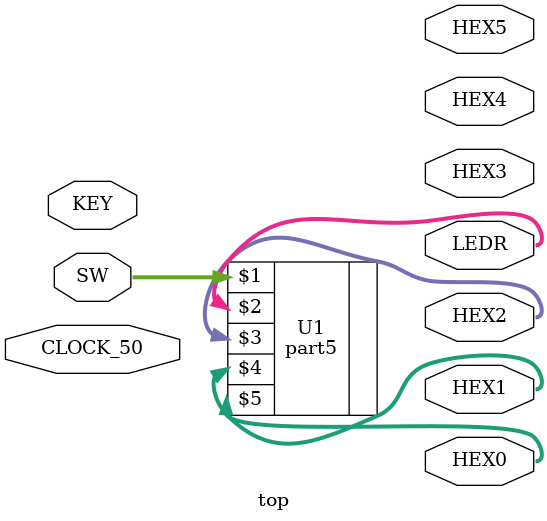
<source format=v>

module top (CLOCK_50, SW, KEY, HEX0, HEX1, HEX2, HEX3, HEX4, HEX5, LEDR);

    input CLOCK_50;             // DE-series 50 MHz clock signal
    input wire [9:0] SW;        // DE-series switches
    input wire [3:0] KEY;       // DE-series pushbuttons

    output wire [6:0] HEX0;     // DE-series HEX displays
    output wire [6:0] HEX1;
    output wire [6:0] HEX2;
    output wire [6:0] HEX3;
    output wire [6:0] HEX4;
    output wire [6:0] HEX5;

    output wire [9:0] LEDR;     // DE-series LEDs   

    part5 U1 (SW, LEDR, HEX2, HEX1, HEX0);

endmodule


</source>
